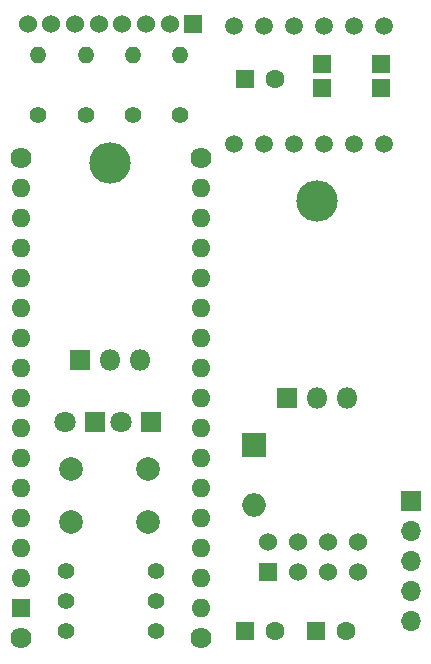
<source format=gbr>
G04 #@! TF.FileFunction,Soldermask,Top*
%FSLAX46Y46*%
G04 Gerber Fmt 4.6, Leading zero omitted, Abs format (unit mm)*
G04 Created by KiCad (PCBNEW 4.0.7) date 07/08/18 15:45:41*
%MOMM*%
%LPD*%
G01*
G04 APERTURE LIST*
%ADD10C,0.100000*%
%ADD11R,1.600000X1.600000*%
%ADD12C,1.600000*%
%ADD13O,1.600000X1.600000*%
%ADD14C,1.780000*%
%ADD15R,2.000000X2.000000*%
%ADD16O,2.000000X2.000000*%
%ADD17R,1.800000X1.800000*%
%ADD18C,1.800000*%
%ADD19C,1.400000*%
%ADD20R,1.700000X1.700000*%
%ADD21O,1.700000X1.700000*%
%ADD22R,1.524000X1.524000*%
%ADD23O,1.400000X1.400000*%
%ADD24C,2.000000*%
%ADD25C,1.524000*%
%ADD26O,3.500000X3.500000*%
%ADD27O,1.800000X1.800000*%
%ADD28C,1.500000*%
G04 APERTURE END LIST*
D10*
D11*
X141000000Y-79250000D03*
D12*
X143500000Y-79250000D03*
D11*
X141000000Y-126000000D03*
D12*
X143500000Y-126000000D03*
D11*
X147000000Y-126000000D03*
D12*
X149500000Y-126000000D03*
D11*
X122000000Y-124000000D03*
D13*
X137240000Y-90980000D03*
X122000000Y-121460000D03*
X137240000Y-93520000D03*
X122000000Y-118920000D03*
X137240000Y-96060000D03*
X122000000Y-116380000D03*
X137240000Y-98600000D03*
X122000000Y-113840000D03*
X137240000Y-101140000D03*
X122000000Y-111300000D03*
X137240000Y-103680000D03*
X122000000Y-108760000D03*
X137240000Y-106220000D03*
X122000000Y-106220000D03*
X137240000Y-108760000D03*
X122000000Y-103680000D03*
X137240000Y-111300000D03*
X122000000Y-101140000D03*
X137240000Y-113840000D03*
X122000000Y-98600000D03*
X137240000Y-116380000D03*
X122000000Y-96060000D03*
X137240000Y-118920000D03*
X122000000Y-93520000D03*
X137240000Y-121460000D03*
X122000000Y-90980000D03*
X137240000Y-124000000D03*
X122000000Y-88440000D03*
X137240000Y-88440000D03*
D14*
X122000000Y-126540000D03*
X137240000Y-126540000D03*
X137240000Y-85900000D03*
X122000000Y-85900000D03*
D15*
X141750000Y-110250000D03*
D16*
X141750000Y-115330000D03*
D17*
X133000000Y-108250000D03*
D18*
X130460000Y-108250000D03*
D17*
X128250000Y-108250000D03*
D18*
X125710000Y-108250000D03*
D19*
X125790000Y-125940000D03*
X133410000Y-125940000D03*
X125790000Y-123400000D03*
X133410000Y-123400000D03*
X125790000Y-120860000D03*
X133410000Y-120860000D03*
D20*
X155000000Y-115000000D03*
D21*
X155000000Y-117540000D03*
X155000000Y-120080000D03*
X155000000Y-122620000D03*
X155000000Y-125160000D03*
D22*
X152500000Y-78000000D03*
X152500000Y-80000000D03*
X147500000Y-78000000D03*
X147500000Y-80000000D03*
D19*
X123500000Y-82250000D03*
D23*
X123500000Y-77170000D03*
D19*
X127500000Y-82250000D03*
D23*
X127500000Y-77170000D03*
D19*
X131500000Y-82250000D03*
D23*
X131500000Y-77170000D03*
D19*
X135500000Y-82250000D03*
D23*
X135500000Y-77170000D03*
D24*
X126250000Y-116750000D03*
X126250000Y-112250000D03*
X132750000Y-116750000D03*
X132750000Y-112250000D03*
D22*
X136600000Y-74600000D03*
D25*
X134600000Y-74600000D03*
X132600000Y-74600000D03*
X130600000Y-74600000D03*
X128600000Y-74600000D03*
X126600000Y-74600000D03*
X124600000Y-74600000D03*
X122600000Y-74600000D03*
D26*
X147040000Y-89590000D03*
D17*
X144500000Y-106250000D03*
D27*
X147040000Y-106250000D03*
X149580000Y-106250000D03*
D26*
X129540000Y-86340000D03*
D17*
X127000000Y-103000000D03*
D27*
X129540000Y-103000000D03*
X132080000Y-103000000D03*
D28*
X140050000Y-84750000D03*
X140050000Y-74750000D03*
X142590000Y-84750000D03*
X142590000Y-74750000D03*
X145130000Y-84750000D03*
X145130000Y-74750000D03*
X147670000Y-84750000D03*
X147670000Y-74750000D03*
X150210000Y-84750000D03*
X150210000Y-74750000D03*
X152750000Y-84750000D03*
X152750000Y-74750000D03*
D22*
X142950000Y-121000000D03*
D25*
X142950000Y-118460000D03*
X145490000Y-121000000D03*
X145490000Y-118460000D03*
X148030000Y-121000000D03*
X148030000Y-118460000D03*
X150570000Y-121000000D03*
X150570000Y-118460000D03*
M02*

</source>
